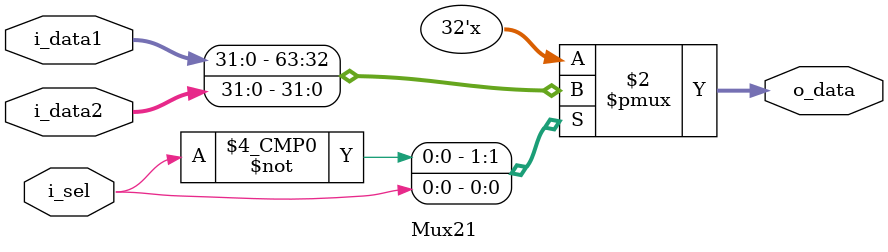
<source format=v>
module Mux21
	//parameters section
	#(parameter BUS_WIDTH=32) //All parameters have default value
	//Ports section
	(
		input wire	[BUS_WIDTH-1 :0] 		 i_data1 ,
		input wire	[BUS_WIDTH-1 :0] 		 i_data2 ,
		input wire     						 i_sel	,		
		output reg  [BUS_WIDTH-1 :0] 		 o_data
	);
	
	
	
	
	
	always @(*) begin
		case(i_sel)
			1'b0		:o_data=i_data1;
			1'b1		:o_data=i_data2;
			default	:o_data=i_data1;	//default value i_data1
		
		endcase
	
	
	end
	
	
endmodule
</source>
